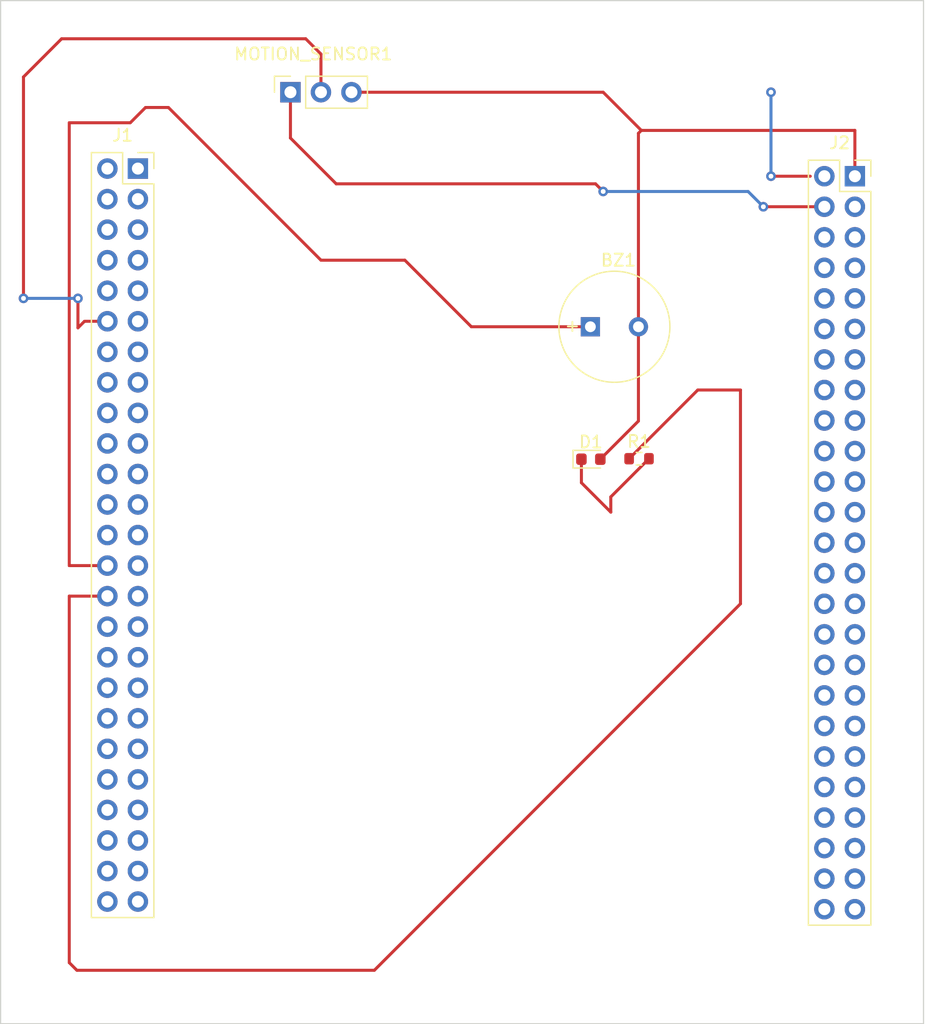
<source format=kicad_pcb>
(kicad_pcb (version 20221018) (generator pcbnew)
  (layers (0 "F.Cu" signal) (31 "B.Cu" signal) (34 "B.Paste" user) (35 "F.Paste" user) (36 "B.SilkS" user "B.Silkscreen") (37 "F.SilkS" user "F.Silkscreen") (38 "B.Mask" user) (39 "F.Mask" user) (44 "Edge.Cuts" user))
  (net 0 "")
  (net 1 "GND")
  (net 25 "GREEN_LED")
  (net 32 "+5V")
  (net 33 "+3V0")
  (net 73 "BUZZER")
  (net 74 "Net-(D1-K)")
  (net 75 "OUT")
  (footprint "Connector_PinSocket_2.54mm:PinSocket_2x25_P2.54mm_Vertical" (layer "F.Cu") (at 151.765 42.545)
    (fp_text reference "J2" (at -1.27 -2.77) (layer "F.SilkS"))
    (fp_text value "Discovery Board Conn 2")
    (fp_line (start -3.87 -1.33) (end -3.87 62.29) (stroke (width 0.12)) (layer "F.SilkS"))
    (fp_line (start -3.87 -1.33) (end -1.27 -1.33) (stroke (width 0.12)) (layer "F.SilkS"))
    (fp_line (start -3.87 62.29) (end 1.33 62.29) (stroke (width 0.12)) (layer "F.SilkS"))
    (fp_line (start -1.27 -1.33) (end -1.27 1.27) (stroke (width 0.12)) (layer "F.SilkS"))
    (fp_line (start -1.27 1.27) (end 1.33 1.27) (stroke (width 0.12)) (layer "F.SilkS"))
    (fp_line (start 0 -1.33) (end 1.33 -1.33) (stroke (width 0.12)) (layer "F.SilkS"))
    (fp_line (start 1.33 -1.33) (end 1.33 0) (stroke (width 0.12)) (layer "F.SilkS"))
    (fp_line (start 1.33 1.27) (end 1.33 62.29) (stroke (width 0.12)) (layer "F.SilkS"))
    (pad "1" thru_hole rect (at 0 0) (size 1.7 1.7) (drill 1) (layers "*.Cu" "*.Mask") (net 1 "GND"))
    (pad "2" thru_hole oval (at -2.54 0) (size 1.7 1.7) (drill 1) (layers "*.Cu" "*.Mask") (net 1 "GND"))
    (pad "3" thru_hole oval (at 0 2.54) (size 1.7 1.7) (drill 1) (layers "*.Cu" "*.Mask") (net 32 "+5V"))
    (pad "4" thru_hole oval (at -2.54 2.54) (size 1.7 1.7) (drill 1) (layers "*.Cu" "*.Mask") (net 32 "+5V"))
    (pad "5" thru_hole oval (at 0 5.08) (size 1.7 1.7) (drill 1) (layers "*.Cu" "*.Mask") (net 33 "+3V0"))
    (pad "6" thru_hole oval (at -2.54 5.08) (size 1.7 1.7) (drill 1) (layers "*.Cu" "*.Mask") (net 33 "+3V0"))
    (pad "7" thru_hole oval (at 0 7.62) (size 1.7 1.7) (drill 1) (layers "*.Cu" "*.Mask"))
    (pad "8" thru_hole oval (at -2.54 7.62) (size 1.7 1.7) (drill 1) (layers "*.Cu" "*.Mask"))
    (pad "9" thru_hole oval (at 0 10.16) (size 1.7 1.7) (drill 1) (layers "*.Cu" "*.Mask"))
    (pad "10" thru_hole oval (at -2.54 10.16) (size 1.7 1.7) (drill 1) (layers "*.Cu" "*.Mask"))
    (pad "11" thru_hole oval (at 0 12.7) (size 1.7 1.7) (drill 1) (layers "*.Cu" "*.Mask"))
    (pad "12" thru_hole oval (at -2.54 12.7) (size 1.7 1.7) (drill 1) (layers "*.Cu" "*.Mask"))
    (pad "13" thru_hole oval (at 0 15.24) (size 1.7 1.7) (drill 1) (layers "*.Cu" "*.Mask"))
    (pad "14" thru_hole oval (at -2.54 15.24) (size 1.7 1.7) (drill 1) (layers "*.Cu" "*.Mask"))
    (pad "15" thru_hole oval (at 0 17.78) (size 1.7 1.7) (drill 1) (layers "*.Cu" "*.Mask"))
    (pad "16" thru_hole oval (at -2.54 17.78) (size 1.7 1.7) (drill 1) (layers "*.Cu" "*.Mask"))
    (pad "17" thru_hole oval (at 0 20.32) (size 1.7 1.7) (drill 1) (layers "*.Cu" "*.Mask"))
    (pad "18" thru_hole oval (at -2.54 20.32) (size 1.7 1.7) (drill 1) (layers "*.Cu" "*.Mask"))
    (pad "19" thru_hole oval (at 0 22.86) (size 1.7 1.7) (drill 1) (layers "*.Cu" "*.Mask"))
    (pad "20" thru_hole oval (at -2.54 22.86) (size 1.7 1.7) (drill 1) (layers "*.Cu" "*.Mask"))
    (pad "21" thru_hole oval (at 0 25.4) (size 1.7 1.7) (drill 1) (layers "*.Cu" "*.Mask"))
    (pad "22" thru_hole oval (at -2.54 25.4) (size 1.7 1.7) (drill 1) (layers "*.Cu" "*.Mask"))
    (pad "23" thru_hole oval (at 0 27.94) (size 1.7 1.7) (drill 1) (layers "*.Cu" "*.Mask"))
    (pad "24" thru_hole oval (at -2.54 27.94) (size 1.7 1.7) (drill 1) (layers "*.Cu" "*.Mask"))
    (pad "25" thru_hole oval (at 0 30.48) (size 1.7 1.7) (drill 1) (layers "*.Cu" "*.Mask"))
    (pad "26" thru_hole oval (at -2.54 30.48) (size 1.7 1.7) (drill 1) (layers "*.Cu" "*.Mask"))
    (pad "27" thru_hole oval (at 0 33.02) (size 1.7 1.7) (drill 1) (layers "*.Cu" "*.Mask"))
    (pad "28" thru_hole oval (at -2.54 33.02) (size 1.7 1.7) (drill 1) (layers "*.Cu" "*.Mask"))
    (pad "29" thru_hole oval (at 0 35.56) (size 1.7 1.7) (drill 1) (layers "*.Cu" "*.Mask"))
    (pad "30" thru_hole oval (at -2.54 35.56) (size 1.7 1.7) (drill 1) (layers "*.Cu" "*.Mask"))
    (pad "31" thru_hole oval (at 0 38.1) (size 1.7 1.7) (drill 1) (layers "*.Cu" "*.Mask"))
    (pad "32" thru_hole oval (at -2.54 38.1) (size 1.7 1.7) (drill 1) (layers "*.Cu" "*.Mask"))
    (pad "33" thru_hole oval (at 0 40.64) (size 1.7 1.7) (drill 1) (layers "*.Cu" "*.Mask"))
    (pad "34" thru_hole oval (at -2.54 40.64) (size 1.7 1.7) (drill 1) (layers "*.Cu" "*.Mask"))
    (pad "35" thru_hole oval (at 0 43.18) (size 1.7 1.7) (drill 1) (layers "*.Cu" "*.Mask"))
    (pad "36" thru_hole oval (at -2.54 43.18) (size 1.7 1.7) (drill 1) (layers "*.Cu" "*.Mask"))
    (pad "37" thru_hole oval (at 0 45.72) (size 1.7 1.7) (drill 1) (layers "*.Cu" "*.Mask"))
    (pad "38" thru_hole oval (at -2.54 45.72) (size 1.7 1.7) (drill 1) (layers "*.Cu" "*.Mask"))
    (pad "39" thru_hole oval (at 0 48.26) (size 1.7 1.7) (drill 1) (layers "*.Cu" "*.Mask"))
    (pad "40" thru_hole oval (at -2.54 48.26) (size 1.7 1.7) (drill 1) (layers "*.Cu" "*.Mask"))
    (pad "41" thru_hole oval (at 0 50.8) (size 1.7 1.7) (drill 1) (layers "*.Cu" "*.Mask"))
    (pad "42" thru_hole oval (at -2.54 50.8) (size 1.7 1.7) (drill 1) (layers "*.Cu" "*.Mask"))
    (pad "43" thru_hole oval (at 0 53.34) (size 1.7 1.7) (drill 1) (layers "*.Cu" "*.Mask"))
    (pad "44" thru_hole oval (at -2.54 53.34) (size 1.7 1.7) (drill 1) (layers "*.Cu" "*.Mask"))
    (pad "45" thru_hole oval (at 0 55.88) (size 1.7 1.7) (drill 1) (layers "*.Cu" "*.Mask"))
    (pad "46" thru_hole oval (at -2.54 55.88) (size 1.7 1.7) (drill 1) (layers "*.Cu" "*.Mask"))
    (pad "47" thru_hole oval (at 0 58.42) (size 1.7 1.7) (drill 1) (layers "*.Cu" "*.Mask"))
    (pad "48" thru_hole oval (at -2.54 58.42) (size 1.7 1.7) (drill 1) (layers "*.Cu" "*.Mask"))
    (pad "49" thru_hole oval (at 0 60.96) (size 1.7 1.7) (drill 1) (layers "*.Cu" "*.Mask") (net 1 "GND"))
    (pad "50" thru_hole oval (at -2.54 60.96) (size 1.7 1.7) (drill 1) (layers "*.Cu" "*.Mask") (net 1 "GND"))
  )
  (footprint "LED_SMD:LED_0603_1608Metric" (layer "F.Cu") (at 129.785 66.08)
    (fp_text reference "D1" (at 0 -1.43) (layer "F.SilkS"))
    (fp_text value "LED")
    (fp_line (start -1.485 -0.735) (end -1.485 0.735) (stroke (width 0.12)) (layer "F.SilkS"))
    (fp_line (start -1.485 0.735) (end 0.8 0.735) (stroke (width 0.12)) (layer "F.SilkS"))
    (fp_line (start 0.8 -0.735) (end -1.485 -0.735) (stroke (width 0.12)) (layer "F.SilkS"))
    (pad "1" smd roundrect (at -0.7875 0) (size 0.875 0.95) (layers "F.Cu" "F.Paste" "F.Mask") (net 74 "Net-(D1-K)"))
    (pad "2" smd roundrect (at 0.7875 0) (size 0.875 0.95) (layers "F.Cu" "F.Paste" "F.Mask") (net 1 "GND"))
  )
  (footprint "Connector_PinSocket_2.54mm:PinSocket_1x03_P2.54mm_Vertical" (layer "F.Cu") (at 104.775 35.56 90)
    (fp_text reference "MOTION_SENSOR1" (at 3.175 1.905) (layer "F.SilkS"))
    (fp_text value "~")
    (fp_line (start -1.33 1.27) (end -1.33 6.41) (stroke (width 0.12)) (layer "F.SilkS"))
    (fp_line (start -1.33 1.27) (end 1.33 1.27) (stroke (width 0.12)) (layer "F.SilkS"))
    (fp_line (start -1.33 6.41) (end 1.33 6.41) (stroke (width 0.12)) (layer "F.SilkS"))
    (fp_line (start 0 -1.33) (end 1.33 -1.33) (stroke (width 0.12)) (layer "F.SilkS"))
    (fp_line (start 1.33 -1.33) (end 1.33 0) (stroke (width 0.12)) (layer "F.SilkS"))
    (fp_line (start 1.33 1.27) (end 1.33 6.41) (stroke (width 0.12)) (layer "F.SilkS"))
    (pad "1" thru_hole rect (at 0 0 90) (size 1.7 1.7) (drill 1) (layers "*.Cu" "*.Mask") (net 32 "+5V"))
    (pad "2" thru_hole oval (at 0 2.54 90) (size 1.7 1.7) (drill 1) (layers "*.Cu" "*.Mask") (net 75 "OUT"))
    (pad "3" thru_hole oval (at 0 5.08 90) (size 1.7 1.7) (drill 1) (layers "*.Cu" "*.Mask") (net 1 "GND"))
  )
  (footprint "Buzzer_Beeper:MagneticBuzzer_PUI_AT-0927-TT-6-R" (layer "F.Cu") (at 129.745 55.065)
    (fp_text reference "BZ1" (at 2.335 -5.535) (layer "F.SilkS"))
    (fp_text value "Buzzer")
    (fp_text user "+" (at -1.5 -0.1) (layer "F.SilkS"))
    (fp_circle (center 2 0) (end 6.62 0) (stroke (width 0.12)) (fill none) (layer "F.SilkS"))
    (pad "1" thru_hole rect (at 0 0) (size 1.6 1.6) (drill 0.9) (layers "*.Cu" "*.Mask") (net 73 "BUZZER"))
    (pad "2" thru_hole circle (at 4 0) (size 1.6 1.6) (drill 0.9) (layers "*.Cu" "*.Mask") (net 1 "GND"))
  )
  (footprint "Connector_PinSocket_2.54mm:PinSocket_2x25_P2.54mm_Vertical" (layer "F.Cu") (at 92.075 41.91)
    (fp_text reference "J1" (at -1.27 -2.77) (layer "F.SilkS"))
    (fp_text value "Discovery Board Conn 1")
    (fp_line (start -3.87 -1.33) (end -3.87 62.29) (stroke (width 0.12)) (layer "F.SilkS"))
    (fp_line (start -3.87 -1.33) (end -1.27 -1.33) (stroke (width 0.12)) (layer "F.SilkS"))
    (fp_line (start -3.87 62.29) (end 1.33 62.29) (stroke (width 0.12)) (layer "F.SilkS"))
    (fp_line (start -1.27 -1.33) (end -1.27 1.27) (stroke (width 0.12)) (layer "F.SilkS"))
    (fp_line (start -1.27 1.27) (end 1.33 1.27) (stroke (width 0.12)) (layer "F.SilkS"))
    (fp_line (start 0 -1.33) (end 1.33 -1.33) (stroke (width 0.12)) (layer "F.SilkS"))
    (fp_line (start 1.33 -1.33) (end 1.33 0) (stroke (width 0.12)) (layer "F.SilkS"))
    (fp_line (start 1.33 1.27) (end 1.33 62.29) (stroke (width 0.12)) (layer "F.SilkS"))
    (pad "1" thru_hole rect (at 0 0) (size 1.7 1.7) (drill 1) (layers "*.Cu" "*.Mask") (net 1 "GND"))
    (pad "2" thru_hole oval (at -2.54 0) (size 1.7 1.7) (drill 1) (layers "*.Cu" "*.Mask") (net 1 "GND"))
    (pad "3" thru_hole oval (at 0 2.54) (size 1.7 1.7) (drill 1) (layers "*.Cu" "*.Mask"))
    (pad "4" thru_hole oval (at -2.54 2.54) (size 1.7 1.7) (drill 1) (layers "*.Cu" "*.Mask"))
    (pad "5" thru_hole oval (at 0 5.08) (size 1.7 1.7) (drill 1) (layers "*.Cu" "*.Mask"))
    (pad "6" thru_hole oval (at -2.54 5.08) (size 1.7 1.7) (drill 1) (layers "*.Cu" "*.Mask") (net 1 "GND"))
    (pad "7" thru_hole oval (at 0 7.62) (size 1.7 1.7) (drill 1) (layers "*.Cu" "*.Mask"))
    (pad "8" thru_hole oval (at -2.54 7.62) (size 1.7 1.7) (drill 1) (layers "*.Cu" "*.Mask"))
    (pad "9" thru_hole oval (at 0 10.16) (size 1.7 1.7) (drill 1) (layers "*.Cu" "*.Mask"))
    (pad "10" thru_hole oval (at -2.54 10.16) (size 1.7 1.7) (drill 1) (layers "*.Cu" "*.Mask"))
    (pad "11" thru_hole oval (at 0 12.7) (size 1.7 1.7) (drill 1) (layers "*.Cu" "*.Mask"))
    (pad "12" thru_hole oval (at -2.54 12.7) (size 1.7 1.7) (drill 1) (layers "*.Cu" "*.Mask") (net 75 "OUT"))
    (pad "13" thru_hole oval (at 0 15.24) (size 1.7 1.7) (drill 1) (layers "*.Cu" "*.Mask"))
    (pad "14" thru_hole oval (at -2.54 15.24) (size 1.7 1.7) (drill 1) (layers "*.Cu" "*.Mask"))
    (pad "15" thru_hole oval (at 0 17.78) (size 1.7 1.7) (drill 1) (layers "*.Cu" "*.Mask"))
    (pad "16" thru_hole oval (at -2.54 17.78) (size 1.7 1.7) (drill 1) (layers "*.Cu" "*.Mask"))
    (pad "17" thru_hole oval (at 0 20.32) (size 1.7 1.7) (drill 1) (layers "*.Cu" "*.Mask"))
    (pad "18" thru_hole oval (at -2.54 20.32) (size 1.7 1.7) (drill 1) (layers "*.Cu" "*.Mask"))
    (pad "19" thru_hole oval (at 0 22.86) (size 1.7 1.7) (drill 1) (layers "*.Cu" "*.Mask"))
    (pad "20" thru_hole oval (at -2.54 22.86) (size 1.7 1.7) (drill 1) (layers "*.Cu" "*.Mask"))
    (pad "21" thru_hole oval (at 0 25.4) (size 1.7 1.7) (drill 1) (layers "*.Cu" "*.Mask"))
    (pad "22" thru_hole oval (at -2.54 25.4) (size 1.7 1.7) (drill 1) (layers "*.Cu" "*.Mask"))
    (pad "23" thru_hole oval (at 0 27.94) (size 1.7 1.7) (drill 1) (layers "*.Cu" "*.Mask"))
    (pad "24" thru_hole oval (at -2.54 27.94) (size 1.7 1.7) (drill 1) (layers "*.Cu" "*.Mask") (net 1 "GND"))
    (pad "25" thru_hole oval (at 0 30.48) (size 1.7 1.7) (drill 1) (layers "*.Cu" "*.Mask"))
    (pad "26" thru_hole oval (at -2.54 30.48) (size 1.7 1.7) (drill 1) (layers "*.Cu" "*.Mask"))
    (pad "27" thru_hole oval (at 0 33.02) (size 1.7 1.7) (drill 1) (layers "*.Cu" "*.Mask"))
    (pad "28" thru_hole oval (at -2.54 33.02) (size 1.7 1.7) (drill 1) (layers "*.Cu" "*.Mask") (net 73 "BUZZER"))
    (pad "29" thru_hole oval (at 0 35.56) (size 1.7 1.7) (drill 1) (layers "*.Cu" "*.Mask"))
    (pad "30" thru_hole oval (at -2.54 35.56) (size 1.7 1.7) (drill 1) (layers "*.Cu" "*.Mask") (net 25 "GREEN_LED"))
    (pad "31" thru_hole oval (at 0 38.1) (size 1.7 1.7) (drill 1) (layers "*.Cu" "*.Mask"))
    (pad "32" thru_hole oval (at -2.54 38.1) (size 1.7 1.7) (drill 1) (layers "*.Cu" "*.Mask"))
    (pad "33" thru_hole oval (at 0 40.64) (size 1.7 1.7) (drill 1) (layers "*.Cu" "*.Mask"))
    (pad "34" thru_hole oval (at -2.54 40.64) (size 1.7 1.7) (drill 1) (layers "*.Cu" "*.Mask"))
    (pad "35" thru_hole oval (at 0 43.18) (size 1.7 1.7) (drill 1) (layers "*.Cu" "*.Mask"))
    (pad "36" thru_hole oval (at -2.54 43.18) (size 1.7 1.7) (drill 1) (layers "*.Cu" "*.Mask"))
    (pad "37" thru_hole oval (at 0 45.72) (size 1.7 1.7) (drill 1) (layers "*.Cu" "*.Mask"))
    (pad "38" thru_hole oval (at -2.54 45.72) (size 1.7 1.7) (drill 1) (layers "*.Cu" "*.Mask"))
    (pad "39" thru_hole oval (at 0 48.26) (size 1.7 1.7) (drill 1) (layers "*.Cu" "*.Mask"))
    (pad "40" thru_hole oval (at -2.54 48.26) (size 1.7 1.7) (drill 1) (layers "*.Cu" "*.Mask"))
    (pad "41" thru_hole oval (at 0 50.8) (size 1.7 1.7) (drill 1) (layers "*.Cu" "*.Mask"))
    (pad "42" thru_hole oval (at -2.54 50.8) (size 1.7 1.7) (drill 1) (layers "*.Cu" "*.Mask"))
    (pad "43" thru_hole oval (at 0 53.34) (size 1.7 1.7) (drill 1) (layers "*.Cu" "*.Mask"))
    (pad "44" thru_hole oval (at -2.54 53.34) (size 1.7 1.7) (drill 1) (layers "*.Cu" "*.Mask"))
    (pad "45" thru_hole oval (at 0 55.88) (size 1.7 1.7) (drill 1) (layers "*.Cu" "*.Mask"))
    (pad "46" thru_hole oval (at -2.54 55.88) (size 1.7 1.7) (drill 1) (layers "*.Cu" "*.Mask"))
    (pad "47" thru_hole oval (at 0 58.42) (size 1.7 1.7) (drill 1) (layers "*.Cu" "*.Mask"))
    (pad "48" thru_hole oval (at -2.54 58.42) (size 1.7 1.7) (drill 1) (layers "*.Cu" "*.Mask"))
    (pad "49" thru_hole oval (at 0 60.96) (size 1.7 1.7) (drill 1) (layers "*.Cu" "*.Mask") (net 1 "GND"))
    (pad "50" thru_hole oval (at -2.54 60.96) (size 1.7 1.7) (drill 1) (layers "*.Cu" "*.Mask") (net 1 "GND"))
  )
  (footprint "Resistor_SMD:R_0603_1608Metric" (layer "F.Cu") (at 133.795 66.04)
    (fp_text reference "R1" (at 0 -1.43) (layer "F.SilkS"))
    (fp_text value "R_Small")
    (fp_line (start -0.237258 -0.5225) (end 0.237258 -0.5225) (stroke (width 0.12)) (layer "F.SilkS"))
    (fp_line (start -0.237258 0.5225) (end 0.237258 0.5225) (stroke (width 0.12)) (layer "F.SilkS"))
    (pad "1" smd roundrect (at -0.825 0) (size 0.8 0.95) (layers "F.Cu" "F.Paste" "F.Mask") (net 25 "GREEN_LED"))
    (pad "2" smd roundrect (at 0.825 0) (size 0.8 0.95) (layers "F.Cu" "F.Paste" "F.Mask") (net 74 "Net-(D1-K)"))
  )
  (gr_rect (start 80.645 27.94) (end 157.48 113.03) (stroke (width 0.1)) (fill none) (layer "Edge.Cuts"))
  (segment (start 130.81 35.56) (end 133.985 38.735) (width 0.25) (layer "F.Cu") (net 1))
  (segment (start 133.745 62.9075) (end 133.745 55.065) (width 0.25) (layer "F.Cu") (net 1))
  (segment (start 133.745 55.065) (end 133.745 38.975) (width 0.25) (layer "F.Cu") (net 1))
  (segment (start 144.78 42.545) (end 148.05 42.545) (width 0.25) (layer "F.Cu") (net 1))
  (segment (start 133.745 38.975) (end 133.985 38.735) (width 0.25) (layer "F.Cu") (net 1))
  (segment (start 109.855 35.56) (end 130.81 35.56) (width 0.25) (layer "F.Cu") (net 1))
  (segment (start 151.765 38.735) (end 151.765 42.545) (width 0.25) (layer "F.Cu") (net 1))
  (segment (start 133.985 38.735) (end 151.765 38.735) (width 0.25) (layer "F.Cu") (net 1))
  (segment (start 130.5725 66.08) (end 133.745 62.9075) (width 0.25) (layer "F.Cu") (net 1))
  (via (at 144.78 35.56) (size 0.8) (drill 0.4) (layers "F.Cu" "B.Cu") (net 1))
  (via (at 144.78 42.545) (size 0.8) (drill 0.4) (layers "F.Cu" "B.Cu") (net 1))
  (segment (start 144.78 35.56) (end 144.78 42.545) (width 0.25) (layer "B.Cu") (net 1))
  (segment (start 86.36 107.95) (end 86.36 77.47) (width 0.25) (layer "F.Cu") (net 25))
  (segment (start 138.685 60.325) (end 142.24 60.325) (width 0.25) (layer "F.Cu") (net 25))
  (segment (start 142.24 60.325) (end 142.24 78.105) (width 0.25) (layer "F.Cu") (net 25))
  (segment (start 86.36 77.47) (end 89.535 77.47) (width 0.25) (layer "F.Cu") (net 25))
  (segment (start 86.995 108.585) (end 86.36 107.95) (width 0.25) (layer "F.Cu") (net 25))
  (segment (start 111.76 108.585) (end 86.995 108.585) (width 0.25) (layer "F.Cu") (net 25))
  (segment (start 132.97 66.04) (end 138.685 60.325) (width 0.25) (layer "F.Cu") (net 25))
  (segment (start 142.24 78.105) (end 111.76 108.585) (width 0.25) (layer "F.Cu") (net 25))
  (segment (start 144.145 45.085) (end 149.225 45.085) (width 0.25) (layer "F.Cu") (net 32))
  (segment (start 104.775 39.37) (end 104.775 35.56) (width 0.25) (layer "F.Cu") (net 32))
  (segment (start 130.175 43.18) (end 130.81 43.815) (width 0.25) (layer "F.Cu") (net 32))
  (segment (start 104.775 39.37) (end 108.585 43.18) (width 0.25) (layer "F.Cu") (net 32))
  (segment (start 108.585 43.18) (end 130.175 43.18) (width 0.25) (layer "F.Cu") (net 32))
  (via (at 130.81 43.815) (size 0.8) (drill 0.4) (layers "F.Cu" "B.Cu") (net 32))
  (via (at 144.145 45.085) (size 0.8) (drill 0.4) (layers "F.Cu" "B.Cu") (net 32))
  (segment (start 130.81 43.815) (end 142.875 43.815) (width 0.25) (layer "B.Cu") (net 32))
  (segment (start 142.875 43.815) (end 144.145 45.085) (width 0.25) (layer "B.Cu") (net 32))
  (segment (start 86.36 74.93) (end 89.535 74.93) (width 0.25) (layer "F.Cu") (net 73))
  (segment (start 107.315 49.53) (end 94.615 36.83) (width 0.25) (layer "F.Cu") (net 73))
  (segment (start 91.44 38.1) (end 86.36 38.1) (width 0.25) (layer "F.Cu") (net 73))
  (segment (start 92.71 36.83) (end 91.44 38.1) (width 0.25) (layer "F.Cu") (net 73))
  (segment (start 86.36 38.1) (end 86.36 74.93) (width 0.25) (layer "F.Cu") (net 73))
  (segment (start 129.745 55.065) (end 119.835 55.065) (width 0.25) (layer "F.Cu") (net 73))
  (segment (start 114.3 49.53) (end 107.315 49.53) (width 0.25) (layer "F.Cu") (net 73))
  (segment (start 94.615 36.83) (end 92.71 36.83) (width 0.25) (layer "F.Cu") (net 73))
  (segment (start 119.835 55.065) (end 114.3 49.53) (width 0.25) (layer "F.Cu") (net 73))
  (segment (start 131.445 69.215) (end 131.445 70.485) (width 0.25) (layer "F.Cu") (net 74))
  (segment (start 128.9975 68.0375) (end 128.9975 66.08) (width 0.25) (layer "F.Cu") (net 74))
  (segment (start 131.445 70.485) (end 128.9975 68.0375) (width 0.25) (layer "F.Cu") (net 74))
  (segment (start 134.62 66.04) (end 131.445 69.215) (width 0.25) (layer "F.Cu") (net 74))
  (segment (start 106.045 31.115) (end 107.315 32.385) (width 0.25) (layer "F.Cu") (net 75))
  (segment (start 87.63 54.61) (end 89.535 54.61) (width 0.25) (layer "F.Cu") (net 75))
  (segment (start 107.315 32.385) (end 107.315 35.56) (width 0.25) (layer "F.Cu") (net 75))
  (segment (start 82.55 52.705) (end 82.55 34.29) (width 0.25) (layer "F.Cu") (net 75))
  (segment (start 85.725 31.115) (end 106.045 31.115) (width 0.25) (layer "F.Cu") (net 75))
  (segment (start 82.55 34.29) (end 85.725 31.115) (width 0.25) (layer "F.Cu") (net 75))
  (segment (start 87.0845 52.705) (end 87.0845 55.1555) (width 0.25) (layer "F.Cu") (net 75))
  (segment (start 87.0845 55.1555) (end 87.63 54.61) (width 0.25) (layer "F.Cu") (net 75))
  (via (at 87.0845 52.705) (size 0.8) (drill 0.4) (layers "F.Cu" "B.Cu") (net 75))
  (via (at 82.55 52.705) (size 0.8) (drill 0.4) (layers "F.Cu" "B.Cu") (net 75))
  (segment (start 82.55 52.705) (end 87.0845 52.705) (width 0.25) (layer "B.Cu") (net 75))
)
</source>
